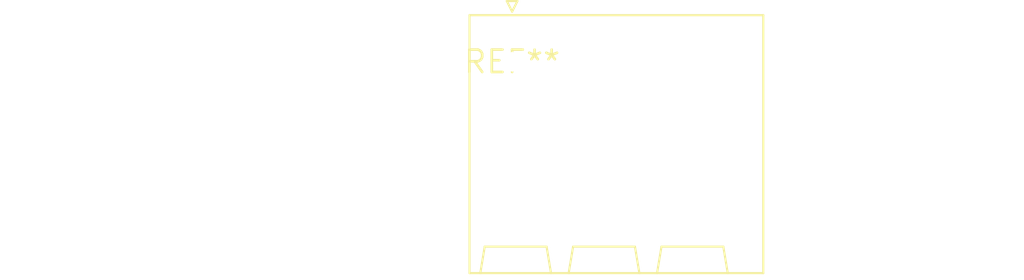
<source format=kicad_pcb>
(kicad_pcb (version 20240108) (generator pcbnew)
  (layers (0 "F.Cu" signal) (31 "B.Cu" signal) (34 "B.Paste" user) (35 "F.Paste" user) (36 "B.SilkS" user "B.Silkscreen") (37 "F.SilkS" user "F.Silkscreen") (38 "B.Mask" user) (39 "F.Mask" user) (44 "Edge.Cuts" user))
  (net 0 "")
  (footprint "PhoenixContact_SPT_2.5_3-H-5.0_1x03_P5.0mm_Horizontal" (layer "F.Cu") (at 0 0)
    (property "Reference" "REF**")
    (property "Value" "PhoenixContact_SPT_2.5_3-H-5.0_1x03_P5.0mm_Horizontal")
    (fp_line (start -2.41 -2.64) (end 14.21 -2.64) (layer "F.SilkS") (stroke (width 0.12)))
    (fp_line (start -2.41 11.98) (end -2.41 -2.64) (layer "F.SilkS") (stroke (width 0.12)))
    (fp_line (start -1.8 11.98) (end -1.55 10.48) (layer "F.SilkS") (stroke (width 0.12)))
    (fp_line (start -1.55 10.48) (end 1.95 10.48) (layer "F.SilkS") (stroke (width 0.12)))
    (fp_line (start -0.3 -3.44) (end 0 -2.84) (layer "F.SilkS") (stroke (width 0.12)))
    (fp_line (start -0.3 -3.44) (end 0.3 -3.44) (layer "F.SilkS") (stroke (width 0.12)))
    (fp_line (start 0.3 -3.44) (end 0 -2.84) (layer "F.SilkS") (stroke (width 0.12)))
    (fp_line (start 2.2 11.98) (end 1.95 10.48) (layer "F.SilkS") (stroke (width 0.12)))
    (fp_line (start 3.2 11.98) (end 3.45 10.48) (layer "F.SilkS") (stroke (width 0.12)))
    (fp_line (start 3.45 10.48) (end 6.95 10.48) (layer "F.SilkS") (stroke (width 0.12)))
    (fp_line (start 7.2 11.98) (end 6.95 10.48) (layer "F.SilkS") (stroke (width 0.12)))
    (fp_line (start 8.2 11.98) (end 8.45 10.48) (layer "F.SilkS") (stroke (width 0.12)))
    (fp_line (start 8.45 10.48) (end 11.95 10.48) (layer "F.SilkS") (stroke (width 0.12)))
    (fp_line (start 12.2 11.98) (end 11.95 10.48) (layer "F.SilkS") (stroke (width 0.12)))
    (fp_line (start 14.21 -2.64) (end 14.21 11.98) (layer "F.SilkS") (stroke (width 0.12)))
    (fp_line (start 14.21 11.98) (end -2.41 11.98) (layer "F.SilkS") (stroke (width 0.12)))
    (pad "1" thru_hole roundrect (at 0 0) (size 1.8 3.3) (drill 1.1) (layers *.Cu *.Mask) (remove_unused_layers) (roundrect_rratio 0.138889))
    (pad "1" thru_hole roundrect (at 0 8.2) (size 1.8 3.3) (drill 1.1) (layers *.Cu *.Mask) (remove_unused_layers) (roundrect_rratio 0.138889))
    (pad "2" thru_hole oval (at 5 0) (size 1.8 3.3) (drill 1.1) (layers *.Cu *.Mask) (remove_unused_layers))
    (pad "2" thru_hole oval (at 5 8.2) (size 1.8 3.3) (drill 1.1) (layers *.Cu *.Mask) (remove_unused_layers))
    (pad "3" thru_hole oval (at 10 0) (size 1.8 3.3) (drill 1.1) (layers *.Cu *.Mask) (remove_unused_layers))
    (pad "3" thru_hole oval (at 10 8.2) (size 1.8 3.3) (drill 1.1) (layers *.Cu *.Mask) (remove_unused_layers))
  )
)
</source>
